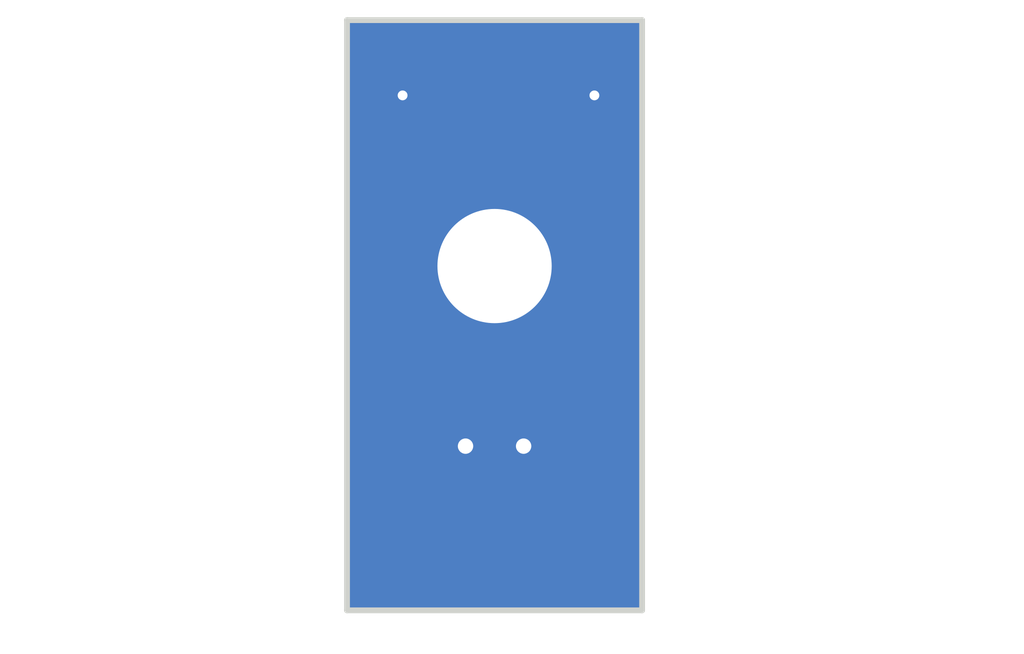
<source format=kicad_pcb>
(kicad_pcb (version 20171130) (host pcbnew "(5.1.6)-1")

  (general
    (thickness 1.6)
    (drawings 6)
    (tracks 20)
    (zones 0)
    (modules 5)
    (nets 1)
  )

  (page A4)
  (layers
    (0 F.Cu signal)
    (31 B.Cu signal)
    (32 B.Adhes user)
    (33 F.Adhes user)
    (34 B.Paste user)
    (35 F.Paste user)
    (36 B.SilkS user)
    (37 F.SilkS user)
    (38 B.Mask user)
    (39 F.Mask user)
    (40 Dwgs.User user)
    (41 Cmts.User user)
    (42 Eco1.User user)
    (43 Eco2.User user)
    (44 Edge.Cuts user)
    (45 Margin user)
    (46 B.CrtYd user)
    (47 F.CrtYd user)
    (48 B.Fab user)
    (49 F.Fab user)
  )

  (setup
    (last_trace_width 0.25)
    (user_trace_width 0.33)
    (user_trace_width 0.5)
    (trace_clearance 0.2)
    (zone_clearance 0.508)
    (zone_45_only no)
    (trace_min 0.2)
    (via_size 0.8)
    (via_drill 0.4)
    (via_min_size 0.4)
    (via_min_drill 0.3)
    (uvia_size 0.3)
    (uvia_drill 0.1)
    (uvias_allowed no)
    (uvia_min_size 0.2)
    (uvia_min_drill 0.1)
    (edge_width 0.05)
    (segment_width 0.2)
    (pcb_text_width 0.3)
    (pcb_text_size 1.5 1.5)
    (mod_edge_width 0.12)
    (mod_text_size 1 1)
    (mod_text_width 0.15)
    (pad_size 1.524 1.524)
    (pad_drill 0.762)
    (pad_to_mask_clearance 0)
    (aux_axis_origin 0 0)
    (grid_origin 45.72 72.39)
    (visible_elements 7FFFFFFF)
    (pcbplotparams
      (layerselection 0x010fc_ffffffff)
      (usegerberextensions false)
      (usegerberattributes true)
      (usegerberadvancedattributes true)
      (creategerberjobfile true)
      (excludeedgelayer true)
      (linewidth 0.100000)
      (plotframeref false)
      (viasonmask false)
      (mode 1)
      (useauxorigin false)
      (hpglpennumber 1)
      (hpglpenspeed 20)
      (hpglpendiameter 15.000000)
      (psnegative false)
      (psa4output false)
      (plotreference true)
      (plotvalue true)
      (plotinvisibletext false)
      (padsonsilk false)
      (subtractmaskfromsilk false)
      (outputformat 1)
      (mirror false)
      (drillshape 1)
      (scaleselection 1)
      (outputdirectory ""))
  )

  (net 0 "")

  (net_class Default "This is the default net class."
    (clearance 0.2)
    (trace_width 0.25)
    (via_dia 0.8)
    (via_drill 0.4)
    (uvia_dia 0.3)
    (uvia_drill 0.1)
  )

  (module PT100OSHPark:Amp_4pin (layer F.Cu) (tedit 623D6984) (tstamp 623DC686)
    (at 55.118 52.451 180)
    (fp_text reference REF** (at -5.334 0.127) (layer Dwgs.User)
      (effects (font (size 1 1) (thickness 0.15)))
    )
    (fp_text value Amp_4pin (at 0 -4.064) (layer F.Fab)
      (effects (font (size 1 1) (thickness 0.15)))
    )
    (pad 6 smd rect (at 3.7 1.35 180) (size 1.2 1.7) (layers F.Cu F.Paste F.Mask))
    (pad 5 smd rect (at -1.3 1.35 180) (size 1.2 1.7) (layers F.Cu F.Paste F.Mask))
    (pad 4 smd rect (at 2.4 -0.5 180) (size 0.5 1) (layers F.Cu F.Paste F.Mask))
    (pad 3 smd rect (at 1.6 -0.5 180) (size 0.5 1) (layers F.Cu F.Paste F.Mask))
    (pad 2 smd rect (at 0.8 -0.5 180) (size 0.5 1) (layers F.Cu F.Paste F.Mask))
    (pad 1 smd rect (at 0 -0.5 180) (size 0.5 1) (layers F.Cu F.Paste F.Mask))
  )

  (module "PT100OSHPark:4-40 Thru" (layer F.Cu) (tedit 623D00AB) (tstamp 623D3DC1)
    (at 53.81 56.35)
    (fp_text reference e (at 6.858 0) (layer Dwgs.User)
      (effects (font (size 1 1) (thickness 0.15)))
    )
    (fp_text value "4-40 Thru" (at -8.128 -0.127) (layer F.Fab)
      (effects (font (size 1 1) (thickness 0.15)))
    )
    (pad "" np_thru_hole circle (at 0 0) (size 2.95 2.95) (drill 2.95) (layers *.Cu *.Mask))
  )

  (module PT100OSHPark:SolderConn (layer F.Cu) (tedit 623CFEAF) (tstamp 623D41D4)
    (at 56.261 60.96)
    (fp_text reference REF** (at 6.223 2.667) (layer Dwgs.User)
      (effects (font (size 1 1) (thickness 0.15)))
    )
    (fp_text value SolderConn (at 6.858 -1.397) (layer F.Fab)
      (effects (font (size 1 1) (thickness 0.15)))
    )
    (pad 1 smd rect (at 0 0) (size 1 2) (layers F.Cu F.Paste F.Mask))
  )

  (module PT100OSHPark:SolderConn (layer F.Cu) (tedit 623CFEAF) (tstamp 623D41B6)
    (at 51.435 61.087)
    (fp_text reference REF** (at 11.176 4.445) (layer Dwgs.User)
      (effects (font (size 1 1) (thickness 0.15)))
    )
    (fp_text value SolderConn (at -5.969 -0.635) (layer F.Fab)
      (effects (font (size 1 1) (thickness 0.15)))
    )
    (pad 1 smd rect (at 0 0) (size 1 2) (layers F.Cu F.Paste F.Mask))
  )

  (module "PT100OSHPark:pt100 thru" (layer F.Cu) (tedit 623CFC15) (tstamp 623D3F70)
    (at 53.81 61)
    (fp_text reference REF** (at 9.055 -0.421) (layer Dwgs.User)
      (effects (font (size 1 1) (thickness 0.15)))
    )
    (fp_text value "pt100 thru" (at -8.598 -0.294) (layer F.Fab)
      (effects (font (size 1 1) (thickness 0.15)))
    )
    (pad "" np_thru_hole circle (at 0.75 0) (size 0.397 0.397) (drill 0.397) (layers *.Cu *.Mask))
    (pad "" np_thru_hole circle (at -0.75 0) (size 0.397 0.397) (drill 0.397) (layers *.Cu *.Mask))
  )

  (gr_poly (pts (xy 57.912 65.405) (xy 49.53 65.405) (xy 49.53 49.53) (xy 57.912 49.53)) (layer B.Mask) (width 0.1) (tstamp 623DC63C))
  (gr_poly (pts (xy 57.531 65.151) (xy 50.038 65.151) (xy 50.038 50.038) (xy 57.531 50.038)) (layer B.Cu) (width 0.1))
  (gr_line (start 50 65.24) (end 57.62 65.24) (layer Edge.Cuts) (width 0.15) (tstamp 623D4220))
  (gr_line (start 50 65.24) (end 50 50) (layer Edge.Cuts) (width 0.15) (tstamp 623D421D))
  (gr_line (start 57.62 65.24) (end 57.62 50) (layer Edge.Cuts) (width 0.15) (tstamp 623D4219))
  (gr_line (start 50 50) (end 57.62 50) (layer Edge.Cuts) (width 0.15))

  (segment (start 55.118 52.951) (end 56.634 52.951) (width 0.25) (layer F.Cu) (net 0))
  (segment (start 56.634 52.951) (end 57.21999 53.53699) (width 0.25) (layer F.Cu) (net 0))
  (segment (start 57.21999 60.00101) (end 56.261 60.96) (width 0.25) (layer F.Cu) (net 0))
  (segment (start 57.21999 53.53699) (end 57.21999 60.00101) (width 0.25) (layer F.Cu) (net 0))
  (segment (start 52.718 52.951) (end 51.189 52.951) (width 0.25) (layer F.Cu) (net 0))
  (segment (start 51.189 52.951) (end 50.546 53.594) (width 0.25) (layer F.Cu) (net 0))
  (segment (start 50.546 60.198) (end 51.435 61.087) (width 0.25) (layer F.Cu) (net 0))
  (segment (start 50.546 53.594) (end 50.546 60.198) (width 0.25) (layer F.Cu) (net 0))
  (segment (start 53.518 52.951) (end 53.518 53.67) (width 0.25) (layer F.Cu) (net 0))
  (segment (start 53.518 53.67) (end 53.086 54.102) (width 0.25) (layer F.Cu) (net 0))
  (segment (start 53.086 54.102) (end 51.689 54.102) (width 0.25) (layer F.Cu) (net 0))
  (segment (start 51.435 54.356) (end 51.435 61.087) (width 0.25) (layer F.Cu) (net 0))
  (segment (start 51.689 54.102) (end 51.435 54.356) (width 0.25) (layer F.Cu) (net 0))
  (segment (start 54.318 52.951) (end 54.318 53.81) (width 0.25) (layer F.Cu) (net 0))
  (segment (start 54.318 53.81) (end 54.61 54.102) (width 0.25) (layer F.Cu) (net 0))
  (segment (start 54.61 54.102) (end 55.88 54.102) (width 0.25) (layer F.Cu) (net 0))
  (segment (start 56.261 54.483) (end 56.261 60.96) (width 0.25) (layer F.Cu) (net 0))
  (segment (start 55.88 54.102) (end 56.261 54.483) (width 0.25) (layer F.Cu) (net 0))
  (via micro (at 56.388 51.943) (size 0.6) (drill 0.254) (layers F.Cu B.Cu) (net 0))
  (via micro (at 51.435 51.943) (size 0.6) (drill 0.254) (layers F.Cu B.Cu) (net 0))

)

</source>
